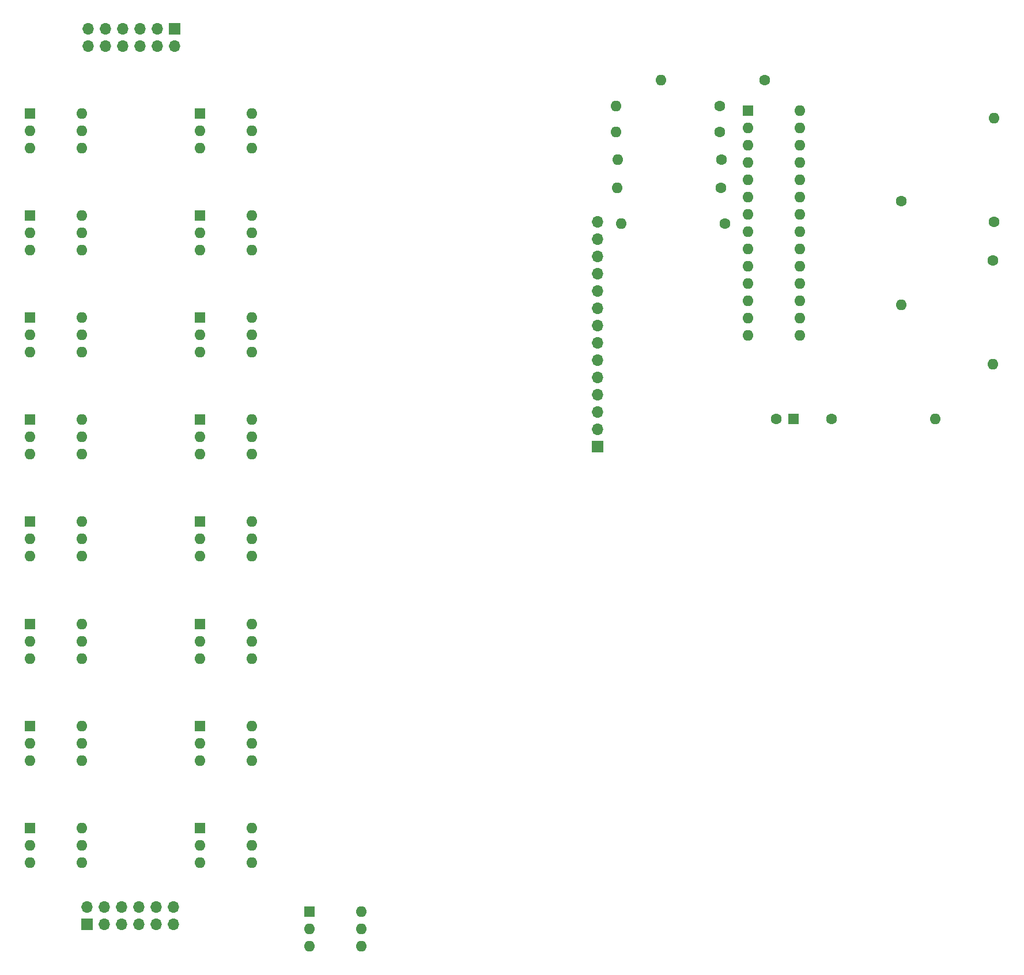
<source format=gbr>
%TF.GenerationSoftware,KiCad,Pcbnew,(5.1.9-0-10_14)*%
%TF.CreationDate,2021-03-10T16:23:34+00:00*%
%TF.ProjectId,Solar_Multiplexer,536f6c61-725f-44d7-956c-7469706c6578,rev?*%
%TF.SameCoordinates,Original*%
%TF.FileFunction,Soldermask,Bot*%
%TF.FilePolarity,Negative*%
%FSLAX46Y46*%
G04 Gerber Fmt 4.6, Leading zero omitted, Abs format (unit mm)*
G04 Created by KiCad (PCBNEW (5.1.9-0-10_14)) date 2021-03-10 16:23:34*
%MOMM*%
%LPD*%
G01*
G04 APERTURE LIST*
%ADD10O,1.600000X1.600000*%
%ADD11C,1.600000*%
%ADD12R,1.600000X1.600000*%
%ADD13O,1.700000X1.700000*%
%ADD14R,1.700000X1.700000*%
G04 APERTURE END LIST*
D10*
%TO.C,R10*%
X-213070000Y-136210000D03*
D11*
X-197830000Y-136210000D03*
%TD*%
D10*
%TO.C,R9*%
X-213730000Y-130970000D03*
D11*
X-198490000Y-130970000D03*
%TD*%
D10*
%TO.C,R8*%
X-213590000Y-126820000D03*
D11*
X-198350000Y-126820000D03*
%TD*%
D10*
%TO.C,R7*%
X-213868000Y-122682000D03*
D11*
X-198628000Y-122682000D03*
%TD*%
D10*
%TO.C,R6*%
X-213868000Y-118872000D03*
D11*
X-198628000Y-118872000D03*
%TD*%
D10*
%TO.C,R5*%
X-207264000Y-115062000D03*
D11*
X-192024000Y-115062000D03*
%TD*%
D10*
%TO.C,U10*%
X-292380000Y-225000000D03*
X-300000000Y-230080000D03*
X-292380000Y-227540000D03*
X-300000000Y-227540000D03*
X-292380000Y-230080000D03*
D12*
X-300000000Y-225000000D03*
%TD*%
D10*
%TO.C,U22*%
X-186870000Y-119550000D03*
X-194490000Y-152570000D03*
X-186870000Y-122090000D03*
X-194490000Y-150030000D03*
X-186870000Y-124630000D03*
X-194490000Y-147490000D03*
X-186870000Y-127170000D03*
X-194490000Y-144950000D03*
X-186870000Y-129710000D03*
X-194490000Y-142410000D03*
X-186870000Y-132250000D03*
X-194490000Y-139870000D03*
X-186870000Y-134790000D03*
X-194490000Y-137330000D03*
X-186870000Y-137330000D03*
X-194490000Y-134790000D03*
X-186870000Y-139870000D03*
X-194490000Y-132250000D03*
X-186870000Y-142410000D03*
X-194490000Y-129710000D03*
X-186870000Y-144950000D03*
X-194490000Y-127170000D03*
X-186870000Y-147490000D03*
X-194490000Y-124630000D03*
X-186870000Y-150030000D03*
X-194490000Y-122090000D03*
X-186870000Y-152570000D03*
D12*
X-194490000Y-119550000D03*
%TD*%
D10*
%TO.C,U21*%
X-251290000Y-237300000D03*
X-258910000Y-242380000D03*
X-251290000Y-239840000D03*
X-258910000Y-239840000D03*
X-251290000Y-242380000D03*
D12*
X-258910000Y-237300000D03*
%TD*%
D10*
%TO.C,U20*%
X-267380000Y-225000000D03*
X-275000000Y-230080000D03*
X-267380000Y-227540000D03*
X-275000000Y-227540000D03*
X-267380000Y-230080000D03*
D12*
X-275000000Y-225000000D03*
%TD*%
D10*
%TO.C,U17*%
X-267380000Y-210000000D03*
X-275000000Y-215080000D03*
X-267380000Y-212540000D03*
X-275000000Y-212540000D03*
X-267380000Y-215080000D03*
D12*
X-275000000Y-210000000D03*
%TD*%
D10*
%TO.C,U16*%
X-267380000Y-195000000D03*
X-275000000Y-200080000D03*
X-267380000Y-197540000D03*
X-275000000Y-197540000D03*
X-267380000Y-200080000D03*
D12*
X-275000000Y-195000000D03*
%TD*%
D10*
%TO.C,U15*%
X-267380000Y-180000000D03*
X-275000000Y-185080000D03*
X-267380000Y-182540000D03*
X-275000000Y-182540000D03*
X-267380000Y-185080000D03*
D12*
X-275000000Y-180000000D03*
%TD*%
D10*
%TO.C,U14*%
X-267380000Y-165000000D03*
X-275000000Y-170080000D03*
X-267380000Y-167540000D03*
X-275000000Y-167540000D03*
X-267380000Y-170080000D03*
D12*
X-275000000Y-165000000D03*
%TD*%
D10*
%TO.C,U13*%
X-267380000Y-150000000D03*
X-275000000Y-155080000D03*
X-267380000Y-152540000D03*
X-275000000Y-152540000D03*
X-267380000Y-155080000D03*
D12*
X-275000000Y-150000000D03*
%TD*%
D10*
%TO.C,U12*%
X-267380000Y-135000000D03*
X-275000000Y-140080000D03*
X-267380000Y-137540000D03*
X-275000000Y-137540000D03*
X-267380000Y-140080000D03*
D12*
X-275000000Y-135000000D03*
%TD*%
D10*
%TO.C,U11*%
X-267380000Y-120000000D03*
X-275000000Y-125080000D03*
X-267380000Y-122540000D03*
X-275000000Y-122540000D03*
X-267380000Y-125080000D03*
D12*
X-275000000Y-120000000D03*
%TD*%
D10*
%TO.C,U7*%
X-292380000Y-210000000D03*
X-300000000Y-215080000D03*
X-292380000Y-212540000D03*
X-300000000Y-212540000D03*
X-292380000Y-215080000D03*
D12*
X-300000000Y-210000000D03*
%TD*%
D10*
%TO.C,U6*%
X-292380000Y-195000000D03*
X-300000000Y-200080000D03*
X-292380000Y-197540000D03*
X-300000000Y-197540000D03*
X-292380000Y-200080000D03*
D12*
X-300000000Y-195000000D03*
%TD*%
D10*
%TO.C,U5*%
X-292380000Y-180000000D03*
X-300000000Y-185080000D03*
X-292380000Y-182540000D03*
X-300000000Y-182540000D03*
X-292380000Y-185080000D03*
D12*
X-300000000Y-180000000D03*
%TD*%
D10*
%TO.C,U4*%
X-292380000Y-165000000D03*
X-300000000Y-170080000D03*
X-292380000Y-167540000D03*
X-300000000Y-167540000D03*
X-292380000Y-170080000D03*
D12*
X-300000000Y-165000000D03*
%TD*%
D10*
%TO.C,U3*%
X-292380000Y-150000000D03*
X-300000000Y-155080000D03*
X-292380000Y-152540000D03*
X-300000000Y-152540000D03*
X-292380000Y-155080000D03*
D12*
X-300000000Y-150000000D03*
%TD*%
D10*
%TO.C,U2*%
X-292380000Y-135000000D03*
X-300000000Y-140080000D03*
X-292380000Y-137540000D03*
X-300000000Y-137540000D03*
X-292380000Y-140080000D03*
D12*
X-300000000Y-135000000D03*
%TD*%
D10*
%TO.C,U1*%
X-292380000Y-120000000D03*
X-300000000Y-125080000D03*
X-292380000Y-122540000D03*
X-300000000Y-122540000D03*
X-292380000Y-125080000D03*
D12*
X-300000000Y-120000000D03*
%TD*%
D10*
%TO.C,R4*%
X-171958000Y-148082000D03*
D11*
X-171958000Y-132842000D03*
%TD*%
D10*
%TO.C,R3*%
X-166980000Y-164890000D03*
D11*
X-182220000Y-164890000D03*
%TD*%
D10*
%TO.C,R2*%
X-158460000Y-156870000D03*
D11*
X-158460000Y-141630000D03*
%TD*%
D10*
%TO.C,R1*%
X-158320000Y-120730000D03*
D11*
X-158320000Y-135970000D03*
%TD*%
D13*
%TO.C,J3*%
X-291430000Y-110150000D03*
X-291430000Y-107610000D03*
X-288890000Y-110150000D03*
X-288890000Y-107610000D03*
X-286350000Y-110150000D03*
X-286350000Y-107610000D03*
X-283810000Y-110150000D03*
X-283810000Y-107610000D03*
X-281270000Y-110150000D03*
X-281270000Y-107610000D03*
X-278730000Y-110150000D03*
D14*
X-278730000Y-107610000D03*
%TD*%
D13*
%TO.C,J2*%
X-278870000Y-236580000D03*
X-278870000Y-239120000D03*
X-281410000Y-236580000D03*
X-281410000Y-239120000D03*
X-283950000Y-236580000D03*
X-283950000Y-239120000D03*
X-286490000Y-236580000D03*
X-286490000Y-239120000D03*
X-289030000Y-236580000D03*
X-289030000Y-239120000D03*
X-291570000Y-236580000D03*
D14*
X-291570000Y-239120000D03*
%TD*%
D13*
%TO.C,J1*%
X-216610000Y-135930000D03*
X-216610000Y-138470000D03*
X-216610000Y-141010000D03*
X-216610000Y-143550000D03*
X-216610000Y-146090000D03*
X-216610000Y-148630000D03*
X-216610000Y-151170000D03*
X-216610000Y-153710000D03*
X-216610000Y-156250000D03*
X-216610000Y-158790000D03*
X-216610000Y-161330000D03*
X-216610000Y-163870000D03*
X-216610000Y-166410000D03*
D14*
X-216610000Y-168950000D03*
%TD*%
D11*
%TO.C,C1*%
X-190300000Y-164850000D03*
D12*
X-187800000Y-164850000D03*
%TD*%
M02*

</source>
